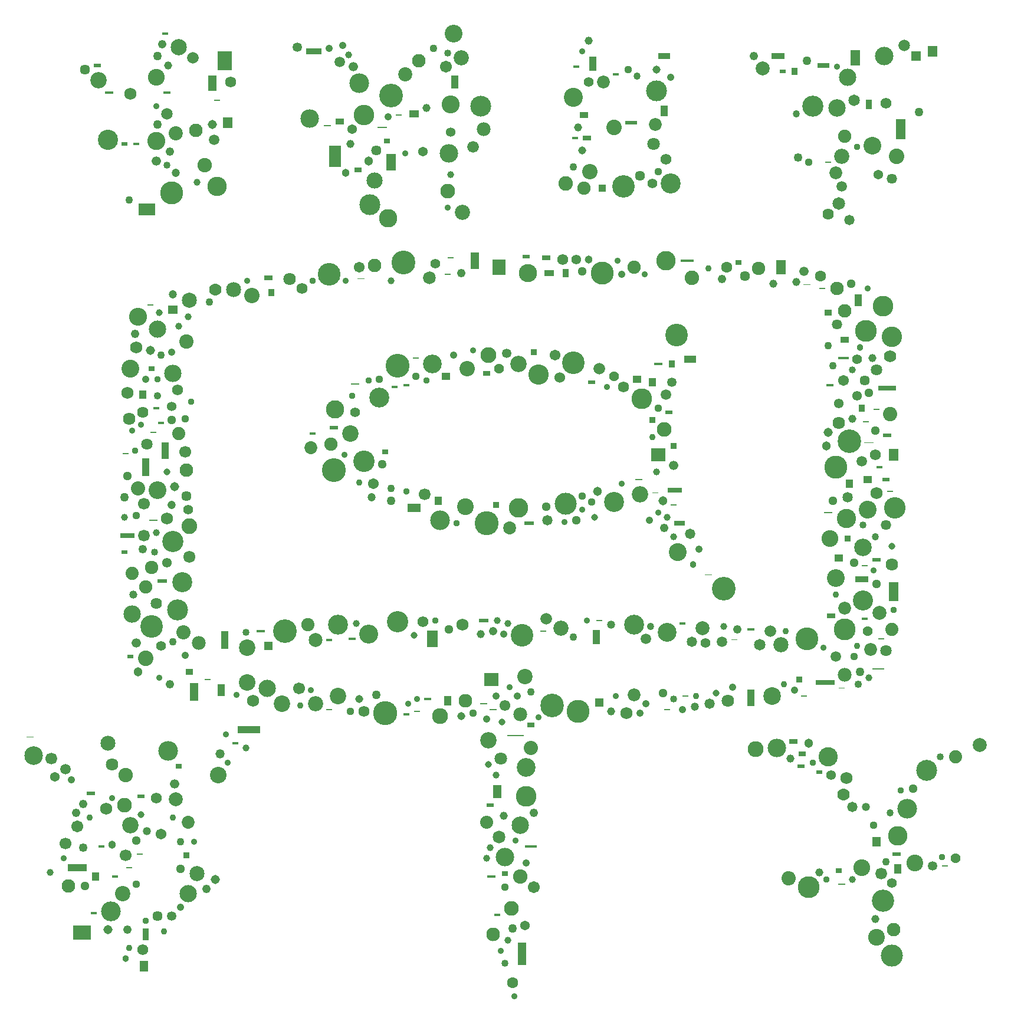
<source format=gtp>
haddock birthday cake
%FSLAX36Y26*%
%MOMM*%
%LPD%
%ADD0C,1.0570318*%
%ADD1C,2.4013085*%
%ADD2C,3.3802342*%
%ADD3C,1.3513483*%
%ADD4C,1.4293249*%
%ADD5C,3.0072818*%
%ADD6C,3.3958511*%
%ADD7R,1.464166X2.7238393*%
%ADD8C,1.7754829*%
%ADD9C,1.1791004*%
%ADD10C,3.0739727*%
%ADD11R,1.0852675X1.1813654*%
%ADD12C,3.259068*%
%ADD13C,1.5827626*%
%ADD14C,1.4946704*%
%ADD15C,3.4179556*%
%ADD16R,1.3557075X2.2677145*%
%ADD17C,2.7036507*%
%ADD18C,2.531589*%
%ADD19R,1.39251X0.50113124*%
%ADD20C,1.0412755*%
%ADD21C,1.2580898*%
%ADD22C,2.1164455*%
%ADD23C,1.96554*%
%ADD24C,0.917602*%
%ADD25R,2.7235487X0.69282365*%
%ADD26C,2.9758308*%
%ADD27C,2.1661515*%
%ADD28C,1.9102666*%
%ADD29C,1.9111979*%
%ADD30C,2.117258*%
%ADD31C,3.4255564*%
%ADD32C,2.790097*%
%ADD33C,1.738656*%
%ADD34C,1.9779146*%
%ADD35C,1.7376283*%
%ADD36C,2.0318062*%
%ADD37C,1.4722073*%
%ADD38C,1.5641232*%
%ADD39R,1.1231173X2.009698*%
%ADD40R,1.1258847X2.5152404*%
%ADD41R,1.7764754X0.36285967*%
%ADD42C,2.6716692*%
%ADD43C,2.3662925*%
%ADD44R,3.2465816X1.0795536*%
%ADD45C,1.0739882*%
%ADD46C,1.2521806*%
%ADD47C,2.0036435*%
%ADD48C,1.545099*%
%ADD49R,2.3195407X0.84444296*%
%ADD50R,0.9435964X1.085403*%
%ADD51R,1.2340671X3.2495425*%
%ADD52C,0.99863315*%
%ADD53C,1.4013335*%
%ADD54R,1.7236645X3.0169585*%
%ADD55C,1.901383*%
%ADD56C,2.8314052*%
%ADD57C,3.3878033*%
%ADD58C,1.680205*%
%ADD59C,0.9362491*%
%ADD60C,2.7563896*%
%ADD61C,2.2195826*%
%ADD62C,1.7959709*%
%ADD63C,2.0714557*%
%ADD64R,1.021341X1.1825125*%
%ADD65C,1.268704*%
%ADD66C,1.1124669*%
%ADD67C,1.2853043*%
%ADD68C,1.5883633*%
%ADD69C,2.115408*%
%ADD70C,2.8031406*%
%ADD71R,1.3069304X0.4471246*%
%ADD72C,3.2468345*%
%ADD73R,1.1246837X2.3848686*%
%ADD74C,1.1898524*%
%ADD75C,1.622457*%
%ADD76R,0.89930713X0.18428361*%
%ADD77C,3.2359226*%
%ADD78R,2.5911615X2.1290843*%
%ADD79C,2.3607924*%
%ADD80C,0.90756357*%
%ADD81C,2.2109435*%
%ADD82C,1.3439441*%
%ADD83C,1.692114*%
%ADD84C,3.2429266*%
%ADD85R,0.9860377X1.6908029*%
%ADD86R,1.2080847X2.3503568*%
%ADD87C,2.950067*%
%ADD88R,2.0937304X0.6700843*%
%ADD89C,0.9687459*%
%ADD90C,0.9826831*%
%ADD91C,1.0943844*%
%ADD92C,3.0409048*%
%ADD93R,1.6425853X2.4783425*%
%ADD94C,2.402883*%
%ADD95C,1.6076126*%
%ADD96C,1.7953395*%
%ADD97C,1.5421848*%
%ADD98C,1.9237872*%
%ADD99C,2.2911963*%
%ADD100C,0.911436*%
%ADD101R,1.2025628X0.24196863*%
%ADD102C,3.4501185*%
%ADD103C,2.4748242*%
%ADD104C,2.1118822*%
%ADD105C,2.5562603*%
%ADD106C,1.0228398*%
%ADD107C,1.1830894*%
%ADD108C,3.0039515*%
%ADD109C,1.9297441*%
%ADD110C,2.2135534*%
%ADD111C,2.837519*%
%ADD112R,0.9808743X0.45143437*%
%ADD113C,1.7593622*%
%ADD114R,1.9297534X1.2739311*%
%ADD115C,2.8668604*%
%ADD116C,2.7306135*%
%ADD117C,1.9993646*%
%ADD118R,1.3254728X0.47706026*%
%ADD119C,3.4212065*%
%ADD120R,0.9413918X0.43759942*%
%ADD121C,2.1624522*%
%ADD122C,1.1343536*%
%ADD123C,0.8868111*%
%ADD124C,1.1459587*%
%ADD125C,2.2281713*%
%ADD126C,1.3089739*%
%ADD127C,1.4361404*%
%ADD128C,3.1302435*%
%ADD129C,1.1386566*%
%ADD130C,1.283349*%
%ADD131C,1.7953596*%
%ADD132R,1.6166502X0.6464247*%
%ADD133C,1.2660029*%
%ADD134C,2.403257*%
%ADD135C,1.9138707*%
%ADD136C,1.8715852*%
%ADD137C,1.604543*%
%ADD138R,1.0995237X0.5549285*%
%ADD139C,1.2895799*%
%ADD140C,1.0885983*%
%ADD141C,1.0788665*%
%ADD142R,1.2841418X1.0285513*%
%ADD143C,2.6636782*%
%ADD144C,2.8217604*%
%ADD145C,3.303876*%
%ADD146C,2.696167*%
%ADD147C,2.3378232*%
%ADD148C,0.9748837*%
%ADD149C,1.8516691*%
%ADD150C,2.502342*%
%ADD151C,1.7451968*%
%ADD152C,2.544987*%
%ADD153C,2.158337*%
%ADD154C,1.5031431*%
%ADD155C,0.8802411*%
%ADD156C,1.0512724*%
%ADD157C,2.7786431*%
%ADD158C,1.0144635*%
%ADD159R,0.9344753X0.5961629*%
%ADD160C,2.6665335*%
%ADD161C,2.879879*%
%ADD162C,3.4555736*%
%ADD163C,2.5404143*%
%ADD164R,1.2929848X0.39333147*%
%ADD165C,1.327731*%
%ADD166C,2.0116758*%
%ADD167C,1.7404097*%
%ADD168C,1.238561*%
%ADD169R,2.7623203X1.0582439*%
%ADD170R,1.9007324X0.38275048*%
%ADD171C,3.2966464*%
%ADD172C,1.1962196*%
%ADD173C,2.4788153*%
%ADD174C,1.7692989*%
%ADD175C,2.6541057*%
%ADD176C,0.87839717*%
%ADD177C,1.6945683*%
%ADD178C,3.0235376*%
%ADD179C,2.9760008*%
%ADD180C,1.9818616*%
%ADD181C,2.5067148*%
%ADD182C,1.0981586*%
%ADD183R,1.4197726X2.9047883*%
%ADD184R,1.337549X1.4349889*%
%ADD185C,2.0903347*%
%ADD186R,0.9167209X0.29047927*%
%ADD187C,3.3835254*%
%ADD188C,1.1511272*%
%ADD189R,1.2211769X2.2947977*%
%ADD190C,2.2215755*%
%ADD191R,1.890669X0.9269868*%
%ADD192C,1.4806229*%
%ADD193C,2.0755477*%
%ADD194R,0.87171257X0.11723443*%
%ADD195C,2.3437712*%
%ADD196C,1.1218045*%
%ADD197C,1.2923256*%
%ADD198C,2.5459688*%
%ADD199C,1.9918624*%
%ADD200C,1.0168936*%
%ADD201R,1.3574946X1.1556256*%
%ADD202R,1.1138753X2.5743384*%
%ADD203C,1.3739803*%
%ADD204R,1.9765114X2.3194594*%
%ADD205R,0.8751199X0.21955049*%
%ADD206C,1.0925404*%
%ADD207C,1.9491235*%
%ADD208R,1.2612576X2.501761*%
%ADD209R,1.7896308X0.7696789*%
%ADD210C,2.6940937*%
%ADD211R,0.9815942X1.3224552*%
%ADD212R,1.0421853X0.6025042*%
%ADD213C,2.3328128*%
%ADD214R,1.8139036X0.20699157*%
%ADD215R,0.8900469X0.121099435*%
%ADD216C,2.7999504*%
%ADD217C,1.7617615*%
%ADD218C,1.3458602*%
%ADD219C,2.2680712*%
%ADD220C,1.7008768*%
%ADD221C,3.1234791*%
%ADD222C,1.1350925*%
%ADD223R,1.26021X0.2480269*%
%ADD224C,0.8918054*%
%ADD225C,2.6479146*%
%ADD226C,3.310778*%
%ADD227C,0.88421404*%
%ADD228C,2.576599*%
%ADD229C,0.9268284*%
%ADD230C,2.5761127*%
%ADD231R,0.90345156X0.25589642*%
%ADD232C,3.159391*%
%ADD233C,1.6481535*%
%ADD234R,2.382667X1.7503134*%
%ADD235R,1.1145858X1.9199542*%
%ADD236R,0.9926815X1.268266*%
%ADD237R,0.95711774X0.13830021*%
%ADD238C,2.1879518*%
%ADD239C,1.29945*%
%ADD240C,0.9791274*%
%ADD241C,1.0464855*%
%ADD242C,2.2021549*%
%ADD243C,0.9153789*%
%ADD244C,1.4689957*%
%ADD245R,1.3084111X1.3866069*%
%ADD246C,2.8716848*%
%ADD247R,0.9423867X1.1233286*%
%ADD248C,1.4566536*%
%ADD249C,2.8312407*%
%ADD250R,0.90156144X0.86755216*%
%ADD251C,1.2904044*%
%ADD252R,1.2257177X0.51559*%
%ADD253C,1.828412*%
%ADD254R,1.2497494X0.92020816*%
%ADD255C,1.987558*%
%ADD256C,1.2088934*%
%ADD257C,3.058286*%
%ADD258R,0.9903115X0.36373228*%
%ADD259R,0.87700623X1.658936*%
%ADD260C,1.3688593*%
%ADD261C,2.556641*%
%ADD262C,1.1654595*%
%ADD263R,2.0062609X0.730505*%
%ADD264C,1.7928681*%
%ADD265R,0.88768584X0.14085963*%
%ADD266C,2.9711173*%
%ADD267C,1.0045925*%
%ADD268C,2.760905*%
%ADD269C,3.009039*%
%ADD270C,1.1530899*%
%ADD271C,2.6253977*%
%ADD272C,1.961794*%
%ADD273R,1.9930015X2.6892633*%
%ADD274C,1.797226*%
%ADD275R,1.2495725X1.9690251*%
%ADD276C,2.3479347*%
%ADD277R,2.345928X0.29499766*%
%ADD278C,2.5936465*%
%ADD279C,1.7937679*%
%ADD280C,1.3641262*%
%ADD281R,0.8888721X0.3981974*%
%ADD282C,1.2377077*%
%ADD283C,0.952775*%
%ADD284R,1.3159313X1.6178049*%
%ADD285C,0.9810437*%
%ADD286C,2.0508292*%
%ADD287R,2.0239449X1.8734527*%
%ADD288C,2.186997*%
%ADD289C,3.201051*%
%ADD290C,1.3788631*%
%ADD291C,1.562188*%
%ADD292C,2.1678312*%
%ADD293R,0.9831075X0.16254014*%
%ADD294C,2.0370011*%
%ADD295R,1.1166837X0.31910035*%
%ADD296C,1.7335764*%
%ADD297C,1.169741*%
%ADD298C,2.489579*%
%ADD299C,1.5539261*%
%ADD300R,1.3763863X0.13685846*%
%ADD301C,1.932475*%
%ADD302C,1.5051924*%
%ADD303C,1.8521365*%
%ADD304R,2.5863185X0.76041895*%
%ADD305R,0.9072078X0.13103466*%
%ADD306C,1.0888655*%
%ADD307C,0.94414926*%
%ADD308R,0.87209874X0.17020485*%
%ADD309R,1.1746227X0.4675345*%
%ADD310C,1.02293*%
%ADD311C,1.0538161*%
%ADD312C,1.9351172*%
%ADD313C,0.91041005*%
%ADD314C,1.0350583*%
%ADD315C,2.2524304*%
%ADD316C,1.5154884*%
%ADD317R,0.9403338X1.0384629*%
%ADD318C,1.0139638*%
%ADD319C,3.0871608*%
%ADD320C,1.8459263*%
%ADD321R,0.94507736X0.07207753*%
%ADD322C,2.643839*%
%ADD323C,1.033672*%
%ADD324C,2.5658674*%
%ADD325C,2.503494*%
%ADD326C,2.9140117*%
%ADD327C,2.9852865*%
%ADD328C,1.5451151*%
%ADD329C,3.1348274*%
%ADD330C,1.4428489*%
%ADD331C,1.1422526*%
%ADD332C,1.1394215*%
%ADD333C,1.7118138*%
%ADD334C,1.9068145*%
%ADD335C,1.6674883*%
%ADD336R,0.99732X0.07268705*%
%ADD337C,1.8901933*%
%ADD338C,1.1631811*%
%ADD339C,1.133539*%
%ADD340R,1.0101001X0.7234198*%
%ADD341C,1.5090816*%
%ADD342R,1.0692121X2.0398226*%
%ADD343C,1.5600202*%
%ADD344R,1.446088X2.3966963*%
%ADD345C,1.8432146*%
%ADD346R,1.2351786X1.5890125*%
%ADD347R,0.8879798X0.018765308*%
%ADD348C,1.006315*%
%ADD349C,2.0262103*%
%ADD350R,0.99261045X0.5963435*%
%ADD351C,0.8751105*%
%ADD352C,2.495717*%
%ADD353C,1.1527662*%
%ADD354C,1.3608074*%
%ADD355C,2.3142748*%
%ADD356R,1.1224564X0.54054064*%
%ADD357C,3.2177482*%
%ADD358R,1.2777897X0.47185928*%
%ADD359C,2.3989553*%
%ADD360C,1.0401098*%
%ADD361C,2.8595355*%
%ADD362C,1.2084395*%
%ADD363C,1.320296*%
%ADD364C,3.3824925*%
%ADD365C,2.3651118*%
%ADD366C,1.563898*%
%ADD367C,2.8987014*%
%ADD368C,2.609479*%
%ADD369C,1.8124466*%
%ADD370C,1.0957907*%
%ADD371C,1.9577683*%
%ADD372C,1.9255986*%
%ADD373C,2.0580287*%
%ADD374C,3.154668*%
%ADD375R,1.0064476X0.04595461*%
%ADD376C,1.2072382*%
%ADD377R,1.3207568X0.9131405*%
%ADD378C,3.291878*%
%ADD379R,0.9031445X0.35068786*%
%ADD380C,1.3089671*%
%ADD381R,1.3813094X0.4809701*%
%ADD382C,1.4902669*%
%ADD383C,1.9374454*%
%ADD384C,1.9482145*%
%ADD385C,1.7885755*%
%ADD386R,1.0981339X0.58203167*%
%ADD387C,1.2462002*%
%ADD388C,2.8457978*%
%ADD389C,1.9315587*%
%ADD390C,0.9333876*%
%ADD391C,1.4235568*%
%ADD392C,1.4504395*%
%ADD393C,2.3487208*%
%ADD394R,1.6873255X0.5912967*%
%ADD395C,1.2536361*%
%ADD396R,0.9796317X2.337143*%
%ADD397C,2.4732394*%
%ADD398C,1.1688861*%
%ADD399R,1.0518483X1.3531529*%
%ADD400C,1.4663662*%
%ADD401R,0.9263402X0.4071636*%
%ADD402C,2.8639061*%
%ADD403C,0.9482928*%
%ADD404C,1.0680038*%
%ADD405R,1.2670704X1.1160194*%
%ADD406C,0.88706213*%
%ADD407C,1.0617282*%
%ADD408R,0.8722806X0.16885939*%
%ADD409R,0.8818007X0.4736001*%
%ADD410C,2.3623986*%
%ADD411C,3.279373*%
%ADD412C,1.6574168*%
%ADD413R,0.93628293X0.33114815*%
%ADD414R,0.8789781X0.22735886*%
%ADD415C,2.981843*%
%ADD416C,1.3100977*%
%ADD417C,2.4985316*%
%ADD418C,1.1925148*%
%ADD419R,1.4126709X1.7789956*%
%ADD420C,3.2440894*%
%ADD421C,1.2971257*%
%ADD422C,0.8973718*%
%ADD423R,0.90825415X1.3167338*%
%ADD424C,2.136073*%
%ADD425C,1.1169053*%
%ADD426C,1.1592845*%
%ADD427C,1.6987956*%
%ADD428C,1.7554706*%
%ADD429C,1.5676316*%
%ADD430C,2.160682*%
%ADD431C,2.0711744*%
%ADD432C,1.8905253*%
%ADD433C,1.2256795*%
%ADD434C,0.8814001*%
%ADD435R,1.250069X0.94969046*%
%ADD436C,0.9523956*%
%ADD437C,1.1285872*%
%ADD438C,1.2879666*%
%ADD439C,1.0051849*%
%ADD440R,0.9229371X0.6853257*%
%ADD441C,1.3717362*%
%ADD442C,1.6216432*%
%ADD443C,2.3776593*%
%ADD444C,1.4621643*%
%ADD445C,0.9403097*%
%ADD446C,1.6930447*%
%ADD447C,1.3924835*%
%ADD448R,0.88258535X0.33126906*%
%ADD449C,1.89293*%
%ADD450R,0.87579983X0.9694824*%
%ADD451R,1.1836407X0.74196684*%
%ADD452C,1.3403182*%
%ADD453C,2.3509932*%
%ADD454R,1.1282665X1.1928519*%
%ADD455C,1.2179953*%
%ADD456C,1.1308224*%
%ADD457C,1.6259727*%
%ADD458C,1.588981*%
%ADD459C,1.3476135*%
%ADD460C,2.1715097*%
%ADD461C,1.2718201*%
%ADD462C,2.9314034*%
%ADD463C,1.5623338*%
%ADD464R,0.889788X0.343586*%
%ADD465R,0.950072X0.7207854*%
%ADD466C,1.5032839*%
%ADD467C,0.9140795*%
%ADD468R,1.3031553X0.94031423*%
%ADD469R,1.2373109X0.40470505*%
%ADD470R,0.93037194X0.7211253*%
%ADD471C,2.0000136*%
%ADD472C,1.0549451*%
%ADD473C,1.475262*%
%ADD474R,1.015457X1.1446157*%
%ADD475C,1.012929*%
%ADD476C,1.1230392*%
%ADD477C,1.4768145*%
%ADD478C,1.6600428*%
%ADD479R,1.0969628X0.23330246*%
%ADD480C,0.87931484*%
%ADD481C,1.6941655*%
%ADD482C,1.0387782*%
%ADD483C,1.672333*%
%ADD484C,1.4863048*%
%ADD485C,1.1146647*%
%ADD486C,1.6048161*%
%ADD487R,0.9211345X0.15004535*%
%ADD488C,2.8275428*%
%ADD489C,0.98467904*%
%ADD490R,1.2033542X1.279852*%
%ADD491C,1.6307273*%
%ADD492C,0.9680063*%
%ADD493C,1.7534251*%
%ADD494C,0.8818762*%
%ADD495C,1.5428369*%
%ADD496C,1.2971328*%
%ADD497C,2.2874827*%
%ADD498C,1.3852276*%
%ADD499R,0.9467778X0.42607173*%
%ADD500C,2.7211776*%
%ADD501C,1.0002984*%
%ADD502C,1.2482848*%
%ADD503C,2.8740704*%
%ADD504C,2.4136858*%
%ADD505C,1.0042975*%
%ADD506C,1.5782404*%
%ADD507C,1.2295034*%
%ADD508C,1.4776647*%
%ADD509C,1.3783394*%
%ADD510R,1.0051225X0.15432996*%
%ADD511C,2.0769632*%
%ADD512C,1.1029167*%
%ADD513C,2.2000911*%
%ADD514C,2.415548*%
%ADD515C,0.9841859*%
%ADD516C,1.070554*%
%ADD517C,0.95173603*%
%ADD518C,2.1997266*%
%ADD519C,1.8454808*%
%ADD520C,1.5567808*%
%ADD521C,0.8752376*%
%ADD522C,1.826103*%
%ADD523C,1.0828633*%
%ADD524C,2.4087474*%
%ADD525C,1.3615162*%
%ADD526C,1.6634911*%
%ADD527R,1.1862708X0.31233883*%
%ADD528C,0.8713565*%
%ADD529C,1.3733084*%
%ADD530C,1.7405802*%
%ADD531R,2.150376X1.9887382*%
%ADD532C,1.4379263*%
%ADD533R,1.1057692X1.8015264*%
%ADD534R,1.4459752X2.0938365*%
%ADD535C,1.7827089*%
%ADD536R,0.9397547X0.19051304*%
%ADD537R,0.9020796X1.1109527*%
%ADD538R,0.9799089X0.29470053*%
%ADD539C,0.98179835*%
%ADD540C,1.1621157*%
%ADD541C,1.3994327*%
%ADD542C,0.972608*%
%ADD543C,2.0104244*%
%ADD544R,1.0335243X0.83453137*%
%ADD545R,1.1642303X0.22865267*%
%ADD546C,1.0298495*%
%ADD547C,0.94279605*%
%ADD548C,1.1001704*%
%ADD549R,0.98345345X0.79584295*%
%ADD550C,0.9620154*%
%ADD551C,1.1748568*%
%ADD552C,1.0439433*%
%ADD553C,1.2937232*%
%ADD554C,1.015334*%
%ADD555C,1.1170803*%
%ADD556C,0.9921564*%
%ADD557C,1.3854581*%
%ADD558C,1.0729494*%
%ADD559C,1.0516617*%
%ADD560C,1.1511152*%
%ADD561R,1.0752922X0.34858358*%
%ADD562R,1.0331364X1.1138309*%
%ADD563C,1.1963134*%
%ADD564R,1.2872052X0.99147296*%
%ADD565R,1.0390568X0.010932455*%
%ADD566C,1.8888365*%
%ADD567C,1.38854*%
%ADD568R,0.88827527X0.76062083*%
%ADD569C,1.1263471*%
%ADD570C,1.9454113*%
%ADD571R,1.7282208X1.0958189*%
%ADD572C,2.0481367*%
%ADD573C,1.308778*%
%ADD574R,0.9985987X0.6347691*%
%ADD575R,0.95261467X0.2218225*%
%ADD576C,1.337247*%
%ADD577R,0.9193344X0.16212411*%
%ADD578C,0.9843621*%
%ADD579C,0.8907494*%
%ADD580C,1.3244216*%
%ADD581R,1.0499945X0.72224885*%
%ADD582R,0.91061956X0.9389812*%
%ADD583C,1.3017397*%
%ADD584C,0.9003348*%
%ADD585C,1.5433465*%
%ADD586C,1.0738715*%
%ADD587C,0.9077055*%
%ADD588C,1.298608*%
%ADD589C,2.5495422*%
%ADD590C,1.4046808*%
%ADD591C,1.099016*%
%ADD592C,1.1135954*%
%ADD593C,1.4221174*%
%ADD594C,0.97657853*%
%ADD595C,1.6885188*%
%ADD596C,2.0302331*%
%ADD597C,0.99066395*%
%ADD598C,2.1734726*%
%ADD599R,1.0899953X0.52974766*%
%ADD600C,3.4006662*%
%ADD601C,1.4995284*%
%ADD602C,2.041028*%
%ADD603R,0.8946745X0.14888734*%
%ADD604R,1.452907X1.104797*%
%ADD605C,0.89863014*%
%ADD606R,0.9339953X1.2295341*%
%ADD607R,0.8856627X0.124011815*%
%ADD608C,1.6311461*%
%ADD609C,1.1086708*%
%ADD610C,0.93231535*%
%ADD611R,1.0178522X0.51673466*%
%ADD612C,1.6543645*%
%ADD613C,0.9574679*%
%ADD614R,0.97082233X0.29813787*%
%ADD615C,1.4925139*%
%ADD616R,1.214321X0.794088*%
%ADD617C,0.95292884*%
%ADD618C,0.94706*%
%ADD619R,0.94640326X0.24620058*%
%ADD620R,0.9094706X0.861739*%
%ADD621C,1.4253808*%
%ADD622C,1.0476811*%
%ADD623C,1.1578957*%
%ADD624C,1.056516*%
%ADD625C,1.7035997*%
%ADD626C,0.881381*%
%ADD627C,1.0580153*%
%ADD628C,1.0916287*%
%ADD629C,2.3859313*%
%ADD630C,1.2160707*%
%ADD631C,1.1851735*%
%ADD632R,0.89246035X0.942828*%
%ADD633C,1.0379266*%
%ADD634C,1.3014424*%
%ADD635C,1.3106159*%
%ADD636C,1.3240331*%
%ADD637C,0.9622579*%
%ADD638C,0.88978267*%
%ADD639C,1.1145552*%
%ADD640C,1.658618*%
%ADD641R,0.87642187X0.14398657*%
%ADD642R,1.2372775X0.78170645*%
%ADD643R,0.9193804X0.8546792*%
%ADD644C,1.0047013*%
%ADD645C,1.3461605*%
%ADD646C,0.9194366*%
%ADD647R,1.9624175X0.94635975*%
%ADD648C,1.6910211*%
%ADD649R,0.9540865X0.7200556*%
%ADD650R,1.0715976X0.7134854*%
%ADD651R,0.90520954X0.6988827*%
%ADD652R,0.95823216X0.58971685*%
%ADD653R,0.87589866X0.010626327*%
%ADD654R,1.3037297X0.59315646*%
%ADD655C,2.6330929*%
%ADD656C,1.0067911*%
%ADD657R,1.2209277X0.55933124*%
%ADD658C,1.2956579*%
%ADD659C,1.7236389*%
%ADD660C,0.9350726*%
%ADD661C,1.2761368*%
%ADD662C,1.4417526*%
%ADD663C,1.1297443*%
%ADD664C,1.1030555*%
%ADD665C,0.94148797*%
%ADD666C,1.846522*%
%ADD667C,0.87154335*%
%ADD668R,0.9618554X0.52491117*%
%ADD669C,1.1649536*%
%ADD670C,0.9147824*%
%ADD671C,1.4070815*%
%ADD672R,0.9200542X0.31946957*%
%ADD673C,1.8335847*%
%ADD674R,0.87213826X0.4018862*%
%ADD675R,0.8820837X0.041527353*%
%ADD676R,0.91722524X0.22680825*%
%ADD677C,0.8791842*%
%ADD678R,0.9633713X0.15045542*%
%ADD679C,1.5283564*%
%ADD680C,0.948386*%
%ADD681C,0.94578993*%
%ADD682C,1.107665*%
%ADD683C,1.0086697*%
%ADD684R,0.9667759X0.26234308*%
%ADD685R,0.89695865X0.29753077*%
%ADD686C,0.9373461*%
%ADD687C,1.301948*%
%ADD688C,1.2874258*%
%ADD689R,1.3771212X0.037906926*%
%ADD690C,0.96902764*%
%ADD691C,1.6309516*%
%ADD692C,1.2949529*%
%ADD693C,1.2877821*%
%ADD694C,0.8717792*%
%ADD695C,1.1540856*%
%ADD696C,0.8783525*%
%ADD697R,1.1487266X0.7984583*%
%ADD698R,1.3021624X1.2130214*%
%ADD699R,1.5459384X0.36907634*%
%ADD700R,0.87822014X0.13204224*%
%ADD701C,1.2717148*%
%ADD702C,0.9915055*%
%ADD703C,0.91263133*%
%ADD704C,1.6627797*%
%ADD705R,0.8868272X0.26415926*%
%ADD706R,0.89455354X0.75402254*%
%ADD707C,1.3109993*%
%ADD708C,1.7307765*%
%ADD709C,0.97221345*%
%ADD710C,1.0500275*%
%ADD711R,0.8719133X0.3090229*%
%ADD712C,1.3052937*%
%ADD713R,1.7240506X0.81769437*%
%ADD714C,1.2968888*%
%ADD715C,0.8711993*%
%ADD716C,1.1240009*%
%ADD717C,1.2374755*%
%ADD718C,1.1257213*%
%ADD719C,1.0685519*%
%ADD720C,0.9650539*%
%ADD721C,1.857736*%
%ADD722C,1.3045357*%
%ADD723C,1.7059139*%
%ADD724R,0.8840343X0.41710734*%
%ADD725C,1.2295554*%
%ADD726R,0.8728764X0.46687862*%
%ADD727C,1.3448921*%
%ADD728R,0.87285525X0.271914*%
%ADD729C,1.2649208*%
%ADD730R,0.93163985X0.42607078*%
%ADD731C,1.4442183*%
%ADD732C,0.99876976*%
%ADD733C,0.92949224*%
%ADD734C,0.8857034*%
%ADD735C,1.8942219*%
%ADD736C,1.0360715*%
%ADD737R,1.1218591X0.34833255*%
%ADD738C,1.014977*%
%ADD739C,0.970007*%
%ADD740C,1.041391*%
%ADD741C,1.2220135*%
%ADD742R,0.97639614X1.5023054*%
%ADD743R,0.8865307X0.2028992*%
%ADD744C,1.4724153*%
%ADD745C,1.2050585*%
%ADD746C,0.9207922*%
%ADD747C,0.9534358*%
%ADD748C,1.2862227*%
%ADD749C,0.8774624*%
%ADD750C,1.2778231*%
%ADD751R,0.8984414X0.15519424*%
%ADD752C,1.3937235*%
%ADD753C,1.8398455*%
%ADD754C,1.0008113*%
%ADD755C,0.91351295*%
%ADD756C,1.2600008*%
%ADD757C,0.955897*%
%ADD758C,1.5819442*%
%ADD759C,0.9779034*%
%ADD760C,0.91919655*%
%ADD761R,0.87883973X0.29922557*%
%ADD762R,0.900608X0.44416603*%
%ADD763C,0.89817417*%
%ADD764C,0.9331267*%
%ADD765R,1.2967039X0.9743512*%
%ADD766C,0.9196031*%
%ADD767C,1.2382257*%
%ADD768C,1.3037697*%
%ADD769C,0.87378746*%
%ADD770R,0.9789917X0.10607508*%
%ADD771C,0.9499858*%
%ADD772R,1.3012404X0.7789612*%
%ADD773C,1.4504747*%
%ADD774C,1.0390545*%
%ADD775C,1.0938882*%
%ADD776R,1.1011685X0.16824873*%
%ADD777R,0.8926203X0.39009044*%
%ADD778R,1.4311869X1.5290302*%
%ADD779C,1.4478464*%
%ADD780C,1.1179898*%
%ADD781C,0.884413*%
%ADD782C,0.9640032*%
%ADD783C,1.2347777*%
%ADD784C,1.2709268*%
%ADD785C,0.9957784*%
%ADD786C,1.3286582*%
%ADD787C,1.0453043*%
%ADD788C,0.9865547*%
%ADD789C,1.2321764*%
%ADD790R,1.0463877X0.9082453*%
%ADD791C,0.90144706*%
%ADD792C,1.1496574*%
%ADD793R,0.9431366X0.9034732*%
%ADD794R,0.88171226X0.22899464*%
%ADD795R,0.93944794X0.21856265*%
%ADD796C,1.3857248*%
%ADD797R,0.9612023X0.3254918*%
%ADD798R,0.90819216X0.42324343*%
%ADD799C,1.0062608*%
D0*
X120613708Y125838852D03*
D1*
X027867428Y052251427D03*
D2*
X025254856Y022642284D03*
D3*
X091875427Y056605713D03*
D4*
X140425705Y024819427D03*
D5*
X136289139Y037446857D03*
D6*
X059435997Y134329712D03*
D7*
X131499420Y063137142D03*
D8*
X124314857Y033963428D03*
D9*
X022424570Y062701714D03*
D10*
X055517143Y081860573D03*
D11*
X066185143Y076199997D03*
D12*
X050509712Y108639427D03*
D13*
X046590855Y106680000D03*
D14*
X124097137Y121266853D03*
D15*
X061177711Y110381142D03*
D16*
X126056564Y139772568D03*
D17*
X099059998Y057258854D03*
D18*
X114082283Y048114857D03*
D19*
X026561142Y064661140D03*
D20*
X096012001Y047026283D03*
D21*
X126709709Y051598286D03*
D22*
X098624565Y086432571D03*
D23*
X072716568Y129539993D03*
D24*
X103196571Y048114857D03*
D25*
X121702286Y050074284D03*
D26*
X078812569Y033745712D03*
D27*
X115388565Y055517143D03*
D28*
X124532570Y128451431D03*
D29*
X050727428Y084255424D03*
D30*
X067491425Y120613708D03*
D31*
X051162857Y080554283D03*
D32*
X077723999Y075111427D03*
D33*
X124750282Y036358284D03*
D34*
X124532570Y051162857D03*
D35*
X018505714Y032003998D03*
D36*
X023077713Y077941711D03*
D37*
X125185715Y116477142D03*
D38*
X128886856Y082731430D03*
D39*
X088391998Y138901718D03*
D40*
X035487427Y056170284D03*
D41*
X079465714Y026561142D03*
D42*
X008055429Y039624001D03*
D43*
X038753143Y055081715D03*
D44*
X038970856Y043325142D03*
D45*
X059000568Y131281708D03*
D46*
X015240000Y026343428D03*
D47*
X112775993Y138248566D03*
D48*
X124314857Y093399429D03*
D49*
X048332569Y140643417D03*
D50*
X126927422Y089480568D03*
D51*
X078159424Y011103428D03*
D52*
X099059998Y073805138D03*
D53*
X065749710Y110163429D03*
D54*
X051380569Y125621140D03*
D55*
X024166285Y063790283D03*
D56*
X054863998Y136071426D03*
D57*
X044195999Y057476570D03*
D58*
X129757706Y022642284D03*
D59*
X054863998Y078812569D03*
D60*
X122137711Y039406284D03*
D61*
X024166285Y053557713D03*
D62*
X075111427Y039188572D03*
D63*
X021335999Y036793713D03*
D64*
X096882858Y093181709D03*
D65*
X059435997Y076199997D03*
D66*
X022859999Y074022858D03*
D67*
X085997139Y073369713D03*
D68*
X092746284Y092528572D03*
D69*
X076635429Y017634857D03*
D70*
X132152573Y028085142D03*
D71*
X073805138Y022206856D03*
D72*
X025037142Y058129711D03*
D73*
X026996571Y083384567D03*
D74*
X127580566Y032221714D03*
D75*
X023730856Y088827423D03*
D76*
X131063995Y077506287D03*
D77*
X078159424Y056823425D03*
D78*
X015022285Y014151428D03*
D79*
X051815998Y048114857D03*
D80*
X121484566Y055081715D03*
D81*
X039406284Y105591423D03*
D82*
X075982285Y097318283D03*
D83*
X010667999Y039188572D03*
D84*
X085561714Y096012001D03*
D85*
X035051998Y048985714D03*
D86*
X071410286Y110598854D03*
D87*
X055517143Y131499420D03*
D88*
X021553713Y071192566D03*
D89*
X023513142Y031133142D03*
D90*
X074458282Y036793713D03*
D91*
X026343428Y097100571D03*
D92*
X028085142Y070321709D03*
D93*
X065314285Y056387997D03*
D94*
X134547424Y024166285D03*
D95*
X121049141Y108421715D03*
D96*
X107768570Y047461712D03*
D97*
X026343428Y028302856D03*
D98*
X112122856Y109510284D03*
D99*
X066402855Y045284569D03*
D100*
X037229141Y048332569D03*
D101*
X025254856Y073369713D03*
D102*
X073152000Y072934280D03*
D103*
X025907999Y100801712D03*
D104*
X021118284Y032439426D03*
D105*
X127798279Y074893715D03*
D106*
X038535427Y057258854D03*
D107*
X091004570Y058347427D03*
D108*
X056387997Y118654282D03*
D109*
X123444000Y106680000D03*
D110*
X070321709Y095141144D03*
D111*
X019158857Y017199429D03*
D112*
X027214285Y134765137D03*
D113*
X022859999Y098189140D03*
D114*
X062701714Y075111427D03*
D115*
X099495422Y121702286D03*
D116*
X085561714Y134112000D03*
D117*
X028520571Y033310284D03*
D118*
X072716568Y059000568D03*
D119*
X060306854Y095576569D03*
D120*
X037011429Y041365715D03*
D121*
X031568571Y022642284D03*
D122*
X019376572Y026778856D03*
D123*
X097753708Y074458282D03*
D124*
X086867996Y126491997D03*
D125*
X131934860Y125621140D03*
D126*
X018723429Y014586857D03*
D127*
X127798279Y057476570D03*
D128*
X127580566Y100584000D03*
D129*
X069450859Y045284569D03*
D130*
X125838852Y067273712D03*
D131*
X044849140Y107986282D03*
D132*
X100801712Y072934280D03*
D133*
X119089714Y139337143D03*
D134*
X129104568Y013498285D03*
D135*
X094270287Y109727997D03*
D136*
X073152000Y030044571D03*
D137*
X107550858Y109727997D03*
D138*
X130410858Y079248001D03*
D139*
X125403427Y107333138D03*
D140*
X029173714Y027214285D03*
D141*
X025907999Y091222282D03*
D142*
X127798279Y079248001D03*
D143*
X114735428Y040712570D03*
D144*
X066402855Y073369713D03*
D145*
X086214851Y045937714D03*
D146*
X078812569Y037882286D03*
D147*
X095141144Y077070854D03*
D148*
X131281708Y069668571D03*
D149*
X047897141Y083820000D03*
D150*
X123444000Y132587997D03*
D151*
X093181709Y045719997D03*
D152*
X123226280Y065096573D03*
D153*
X036793713Y106462280D03*
D154*
X033963428Y128015991D03*
D155*
X022206856Y086214851D03*
D156*
X068362282Y097100571D03*
D157*
X034398857Y121266853D03*
D158*
X027214285Y124314857D03*
D159*
X021118284Y127362854D03*
D160*
X047679428Y131063995D03*
D161*
X127145142Y061830856D03*
D162*
X058565140Y045719997D03*
D163*
X128451431Y127145142D03*
D164*
X018941143Y134765137D03*
D165*
X099930855Y081207428D03*
D166*
X104067429Y057911999D03*
D167*
X021989141Y134547424D03*
D168*
X027649714Y126274284D03*
D169*
X014369143Y023513142D03*
D170*
X101890282Y110598854D03*
D171*
X089698280Y108857140D03*
D172*
X056605713Y076635429D03*
D173*
X030262285Y019812000D03*
D174*
X034181141Y106462280D03*
D175*
X067709145Y126056564D03*
D176*
X127798279Y106680000D03*
D177*
X021335999Y025254856D03*
D178*
X119960571Y132805710D03*
D179*
X095358856Y090786858D03*
D180*
X031786285Y055734856D03*
D181*
X127145142Y069450859D03*
D182*
X130410858Y024383999D03*
D183*
X132587997Y129539993D03*
D184*
X134765137Y139990280D03*
D185*
X084473137Y121702286D03*
D186*
X129757706Y056387997D03*
D187*
X125185715Y084690857D03*
D188*
X128451431Y096665138D03*
D189*
X033745712Y136071426D03*
D190*
X091439995Y129757706D03*
D191*
X114953140Y139990280D03*
D192*
X102543427Y055952568D03*
D193*
X077941711Y022206856D03*
D194*
X086214851Y057911999D03*
D195*
X017417143Y136506851D03*
D196*
X125838852Y053775429D03*
D197*
X128015991Y091657715D03*
D198*
X025907999Y077723999D03*
D199*
X048550285Y056170284D03*
D200*
X075764572Y009797143D03*
D201*
X028085142Y103631996D03*
D202*
X024166285Y080989716D03*
D203*
X078594856Y015240000D03*
D204*
X074893715Y109727997D03*
D205*
X025254856Y085997139D03*
D206*
X059435997Y077941711D03*
D207*
X131499420Y014586857D03*
D208*
X031133142Y048767998D03*
D209*
X121484566Y138683990D03*
D210*
X065314285Y095794281D03*
D211*
X067491425Y047461712D03*
D212*
X023513142Y033745712D03*
D213*
X028955999Y141296570D03*
D214*
X129322281Y052033714D03*
D215*
X104285141Y067273712D03*
D216*
X098842285Y110598854D03*
D217*
X131063995Y096882858D03*
D218*
X027867428Y016546286D03*
D219*
X073369713Y097100571D03*
D220*
X046155426Y049203426D03*
D221*
X119307426Y020682858D03*
D222*
X087738853Y110816566D03*
D223*
X054210857Y092963997D03*
D224*
X086867996Y074893715D03*
D225*
X075764572Y025037142D03*
D226*
X123226280Y080989716D03*
D227*
X092528572Y078594856D03*
D228*
X067926857Y133023422D03*
D229*
X104938286Y109510284D03*
D230*
X023077713Y102543427D03*
D231*
X099059998Y046155426D03*
D232*
X131281708Y010885714D03*
D233*
X112340569Y055517143D03*
D234*
X024383999Y118001137D03*
D235*
X068580002Y136289139D03*
D236*
X023730856Y091439995D03*
D237*
X118654282Y048114857D03*
D238*
X048550285Y047026283D03*
D239*
X022859999Y027431999D03*
D240*
X097535995Y080336571D03*
D241*
X052469143Y141514282D03*
D242*
X087956566Y123444000D03*
D243*
X061830856Y047026283D03*
D244*
X123444000Y101454857D03*
D245*
X129104568Y027214285D03*
D246*
X091439995Y075982285D03*
D247*
X099713142Y095794281D03*
D248*
X057258854Y126491997D03*
D249*
X027431999Y040277142D03*
D250*
X030044571Y025254856D03*
D251*
X081642853Y075329140D03*
D252*
X130628571Y085561714D03*
D253*
X064878853Y108203995D03*
D254*
X124532570Y099277710D03*
D255*
X077941711Y045502285D03*
D256*
X026561142Y141731995D03*
D257*
X060306854Y058782856D03*
D258*
X064661140Y047679428D03*
D259*
X024166285Y013933714D03*
D260*
X064007996Y126274284D03*
D261*
X021989141Y095141144D03*
D262*
X114299995Y107333138D03*
D263*
X100148567Y077723999D03*
D264*
X131281708Y067056000D03*
D265*
X129104568Y089262856D03*
D266*
X129975418Y104067429D03*
D267*
X028955999Y101237137D03*
D268*
X124750282Y073587425D03*
D269*
X028738285Y060524570D03*
D270*
X086214851Y129757706D03*
D271*
X051380569Y089262856D03*
D272*
X074022858Y013933714D03*
D273*
X035487427Y139337143D03*
D274*
X097100571Y127362854D03*
D275*
X074675995Y034398857D03*
D276*
X077723999Y095794281D03*
D277*
X077288567Y042454285D03*
D278*
X025690285Y127798279D03*
D279*
X019376572Y038317715D03*
D280*
X053775429Y129539993D03*
D281*
X091657715Y137377716D03*
D282*
X021553713Y014586857D03*
D283*
X132587997Y034616570D03*
D284*
X035922855Y130410858D03*
D285*
X054428570Y058565140D03*
D286*
X131063995Y088609711D03*
D287*
X097753708Y082731430D03*
D288*
X124097137Y125621140D03*
D289*
X129975418Y018723429D03*
D290*
X123661713Y090133713D03*
D291*
X084037712Y110816566D03*
D292*
X069668571Y117565712D03*
D293*
X124097137Y021118284D03*
D294*
X079465714Y040712570D03*
D295*
X111034286Y057694283D03*
D296*
X069668571Y058347427D03*
D297*
X091004570Y045937714D03*
D298*
X124967995Y136942276D03*
D299*
X075764572Y046808571D03*
D300*
X058129711Y129757706D03*
D301*
X124532570Y103414284D03*
D302*
X096012001Y056387997D03*
D303*
X030262285Y030044571D03*
D304*
X130628571Y092310852D03*
D305*
X081207428Y057476570D03*
D306*
X021771427Y119307426D03*
D307*
X131499420Y060524570D03*
D308*
X127580566Y087521141D03*
D309*
X016328571Y034181141D03*
D310*
X067491425Y140425705D03*
D311*
X024166285Y093617142D03*
D312*
X031350857Y129322281D03*
D313*
X128669144Y066185143D03*
D314*
X131063995Y031350857D03*
D315*
X030480000Y072498856D03*
D316*
X052033714Y139119431D03*
D317*
X042236568Y106026855D03*
D318*
X127145142Y072716568D03*
D319*
X131717133Y075111427D03*
D320*
X097318283Y130193146D03*
D321*
X119089714Y107115425D03*
D322*
X130193146Y139990280D03*
D323*
X094705711Y137160004D03*
D324*
X100584000Y068797714D03*
D325*
X077941711Y029609142D03*
D326*
X080554283Y094270287D03*
D327*
X097535995Y134982849D03*
D328*
X054863998Y109727997D03*
D329*
X124532570Y057694283D03*
D330*
X110163429Y108421715D03*
D331*
X097535995Y138030853D03*
D332*
X054863998Y047679428D03*
D333*
X014369143Y029391428D03*
D334*
X087085709Y121049141D03*
D335*
X089262856Y095141144D03*
D336*
X055081715Y107986282D03*
D337*
X022206856Y065749710D03*
D338*
X027431999Y138683990D03*
D339*
X052904572Y123226280D03*
D340*
X118436569Y039841713D03*
D341*
X098842285Y091439995D03*
D342*
X088827423Y056605713D03*
D343*
X023730856Y011756571D03*
D344*
X059435997Y124750282D03*
D345*
X128233704Y054863998D03*
D346*
X023948570Y009361714D03*
D347*
X097318283Y077288567D03*
D348*
X053340000Y140207993D03*
D349*
X061395428Y137377716D03*
D350*
X017199429Y138683990D03*
D351*
X025690285Y132805710D03*
D352*
X028085142Y094487999D03*
D353*
X064443428Y132587997D03*
D354*
X067926857Y129104568D03*
D355*
X057041142Y122137711D03*
D356*
X088174286Y093181709D03*
D357*
X092746284Y121266853D03*
D358*
X129104568Y067709145D03*
D359*
X070103996Y075329140D03*
D360*
X077506287Y048114857D03*
D361*
X094270287Y058347427D03*
D362*
X074022858Y057476570D03*
D363*
X034834286Y039841713D03*
D364*
X082513710Y046808571D03*
D365*
X043760571Y047026283D03*
D366*
X130410858Y133241135D03*
D367*
X018723429Y128015991D03*
D368*
X079030281Y108857140D03*
D369*
X123661713Y118871994D03*
D370*
X122137711Y098406853D03*
D371*
X070103996Y047461712D03*
D372*
X025037142Y066620567D03*
D373*
X030044571Y099059998D03*
D374*
X084473137Y075764572D03*
D375*
X104938286Y065531998D03*
D376*
X027867428Y075546852D03*
D377*
X082078285Y108857140D03*
D378*
X027867428Y120395996D03*
D379*
X059871426Y092528572D03*
D380*
X034181141Y021771427D03*
D381*
X079248001Y072934280D03*
D382*
X106897713Y055952568D03*
D383*
X030044571Y080554283D03*
D384*
X063354855Y139337143D03*
D385*
X123661713Y087303429D03*
D386*
X073587425Y032439426D03*
D387*
X098624565Y072281143D03*
D388*
X057694283Y091004570D03*
D389*
X057041142Y109945709D03*
D390*
X026778856Y014369143D03*
D391*
X126274284Y096447426D03*
D392*
X127362854Y093399429D03*
D393*
X073369713Y041801140D03*
D394*
X093834854Y130410858D03*
D395*
X117783424Y125403427D03*
D396*
X111034286Y047897141D03*
D397*
X041583427Y049203426D03*
D398*
X117565712Y107550858D03*
D399*
X132152573Y023295427D03*
D400*
X131281708Y122355423D03*
D401*
X101237137Y058565140D03*
D402*
X051815998Y058347427D03*
D403*
X138466278Y025037142D03*
D404*
X096447426Y073369713D03*
D405*
X123661713Y067926857D03*
D406*
X076417709Y049421143D03*
D407*
X101237137Y046155426D03*
D408*
X023295427Y025472570D03*
D409*
X120831429Y037229141D03*
D410*
X053557713Y085779427D03*
D411*
X119089714Y056387997D03*
D412*
X027214285Y131717133D03*
D413*
X026343428Y087303429D03*
D414*
X021335999Y082949142D03*
D415*
X072281143Y132805710D03*
D416*
X028302856Y078159424D03*
D417*
X022206856Y059871426D03*
D418*
X102978851Y046590855D03*
D419*
X131499420Y082731430D03*
D420*
X100366280Y099930855D03*
D421*
X128886856Y086214851D03*
D422*
X047897141Y048985714D03*
D423*
X128015991Y133023422D03*
D424*
X018723429Y041365715D03*
D425*
X029826857Y087956566D03*
D426*
X072281143Y057041142D03*
D427*
X023948570Y075764572D03*
D428*
X021553713Y091657715D03*
D429*
X064007996Y058782856D03*
D430*
X030480000Y104938286D03*
D431*
X032657143Y124314857D03*
D432*
X140425705Y039406284D03*
D433*
X015240000Y032657143D03*
D434*
X091657715Y048114857D03*
D435*
X087085709Y131499420D03*
D436*
X053775429Y091222282D03*
D437*
X097753708Y123444000D03*
D438*
X098406853Y048550285D03*
D439*
X067926857Y123008568D03*
D440*
X058782856Y127798279D03*
D441*
X129322281Y123008568D03*
D442*
X122137711Y117348000D03*
D443*
X034616570Y036793713D03*
D444*
X130410858Y072716568D03*
D445*
X121919998Y021771427D03*
D446*
X012627428Y026996571D03*
D447*
X054210857Y088827423D03*
D448*
X016764000Y016981714D03*
D449*
X131281708Y057694283D03*
D450*
X096882858Y087738853D03*
D451*
X041801140Y108203995D03*
D452*
X022859999Y055734856D03*
D453*
X021989141Y029609142D03*
D454*
X016981714Y022206856D03*
D455*
X109074852Y057694283D03*
D456*
X071192566Y045719997D03*
D457*
X025690285Y061395428D03*
D458*
X055517143Y045937714D03*
D459*
X099713142Y093181709D03*
D460*
X083820000Y057911999D03*
D461*
X021118284Y076635429D03*
D462*
X131281708Y099713142D03*
D463*
X098842285Y125185715D03*
D464*
X019812000Y022206856D03*
D465*
X075764572Y022642284D03*
D466*
X123226280Y053775429D03*
D467*
X052904572Y107768570D03*
D468*
X052033714Y130628571D03*
D469*
X097753708Y095794281D03*
D470*
X028955999Y038099998D03*
D471*
X143909134Y041147999D03*
D472*
X108421715Y049421143D03*
D473*
X081860573Y073369713D03*
D474*
X125185715Y078594856D03*
D475*
X099930855Y047679428D03*
D476*
X097753708Y089480568D03*
D477*
X102325714Y071410286D03*
D478*
X081642853Y059218285D03*
D479*
X072716568Y047026283D03*
D480*
X086867996Y140643417D03*
D481*
X029826857Y083166855D03*
D482*
X029173714Y017852571D03*
D483*
X071192566Y126927422D03*
D484*
X124967995Y076635429D03*
D485*
X119307426Y124750282D03*
D486*
X076853142Y006966857D03*
D487*
X021771427Y023513142D03*
D488*
X133458847Y032003998D03*
D489*
X073152000Y024819427D03*
D490*
X089262856Y047243999D03*
D491*
X024383999Y084255424D03*
D492*
X075329140Y044413712D03*
D493*
X129104568Y077288567D03*
D494*
X026125713Y050727428D03*
D495*
X056823425Y078594856D03*
D496*
X086867996Y109074852D03*
D497*
X111687424Y040494858D03*
D498*
X126274284Y091222282D03*
D499*
X085997139Y138466278D03*
D500*
X056170284Y057041142D03*
D501*
X010450285Y022859999D03*
D502*
X023730856Y069233139D03*
D503*
X029391428Y064443428D03*
D504*
X126927422Y023513142D03*
D505*
X125621140Y021771427D03*
D506*
X025690285Y033528000D03*
D507*
X069450859Y108857140D03*
D508*
X105155998Y047026283D03*
D509*
X027214285Y067273712D03*
D510*
X074022858Y046155426D03*
D511*
X102543427Y108203995D03*
D512*
X122790855Y095576569D03*
D513*
X020900570Y019812000D03*
D514*
X025690285Y136942276D03*
D515*
X059435997Y107768570D03*
D516*
X117348000Y048985714D03*
D517*
X048114857Y107768570D03*
D518*
X078594856Y050945141D03*
D519*
X124532570Y060742283D03*
D520*
X028738285Y092093140D03*
D521*
X091875427Y110598854D03*
D522*
X074893715Y027867428D03*
D523*
X126491997Y049856571D03*
D524*
X122355423Y070757141D03*
D525*
X027867428Y089698280D03*
D526*
X113864571Y057476570D03*
D527*
X040712570Y057476570D03*
D528*
X075111427Y011538857D03*
D529*
X011103428Y036576000D03*
D530*
X039624001Y047461712D03*
D531*
X073805138Y050509712D03*
D532*
X091439995Y094052567D03*
D533*
X126491997Y104938286D03*
D534*
X115388565Y109727997D03*
D535*
X021771427Y087956566D03*
D536*
X067926857Y111034286D03*
D537*
X117348000Y137813141D03*
D538*
X094923424Y079248001D03*
D539*
X074675995Y059000568D03*
D540*
X116694855Y039188572D03*
D541*
X026343428Y055299427D03*
D542*
X027214285Y080336571D03*
D543*
X129539993Y060089142D03*
D544*
X030480000Y051598286D03*
D545*
X122137711Y074458282D03*
D546*
X128886856Y070974854D03*
D547*
X030697714Y090351425D03*
D548*
X028085142Y055952568D03*
D549*
X073152000Y094487999D03*
D550*
X061613140Y077506287D03*
D551*
X075546852Y030915428D03*
D552*
X074458282Y048114857D03*
D553*
X067709145Y057694283D03*
D554*
X025472570Y068797714D03*
D555*
X062919426Y094052567D03*
D556*
X031568571Y121919998D03*
D557*
X122573143Y036793713D03*
D558*
X073152000Y044849140D03*
D559*
X029826857Y053993141D03*
D560*
X128886856Y016110857D03*
D561*
X053775429Y056387997D03*
D562*
X089698280Y121049141D03*
D563*
X028085142Y105809143D03*
D564*
X067273712Y094052567D03*
D565*
X007620000Y042236568D03*
D566*
X028955999Y085779427D03*
D567*
X096882858Y121702286D03*
D568*
X123661713Y023077713D03*
D569*
X088174286Y075982285D03*
D570*
X013062857Y020900570D03*
D571*
X102325714Y096447426D03*
D572*
X116477142Y021989141D03*
D573*
X033745712Y130193146D03*
D574*
X078812569Y111251999D03*
D575*
X024819427Y104285141D03*
D576*
X025690285Y124967995D03*
D577*
X122137711Y124750282D03*
D578*
X030262285Y102543427D03*
D579*
X090351425Y092528572D03*
D580*
X118654282Y109074852D03*
D581*
X079465714Y043978283D03*
D582*
X118001137Y050509712D03*
D583*
X056170284Y124967995D03*
D584*
X023513142Y087085709D03*
D585*
X082949142Y097100571D03*
D586*
X027867428Y097535995D03*
D587*
X035922855Y038535427D03*
D588*
X134329712Y034834286D03*
D589*
X068362282Y143255997D03*
D590*
X030262285Y074893715D03*
D591*
X079465714Y048767998D03*
D592*
X053557713Y045937714D03*
D593*
X087738853Y136289139D03*
D594*
X062701714Y056823425D03*
D595*
X023948570Y071192566D03*
D596*
X028520571Y128886856D03*
D597*
X076199997Y013062857D03*
D598*
X069450859Y139772568D03*
D599*
X099277710Y088827423D03*
D600*
X107115425Y063572571D03*
D601*
X126927422Y081860573D03*
D602*
X029609142Y057258854D03*
D603*
X067491425Y108639427D03*
D604*
X062701714Y131717133D03*
D605*
X052686855Y082731430D03*
D606*
X084473137Y108857140D03*
D607*
X017417143Y015675428D03*
D608*
X129104568Y094923424D03*
D609*
X093399429Y138030853D03*
D610*
X046373142Y046808571D03*
D611*
X118218857Y038099998D03*
D612*
X125838852Y133676575D03*
D613*
X119960571Y038535427D03*
D614*
X074675995Y016764000D03*
D615*
X012627428Y037664570D03*
D616*
X087521141Y128233704D03*
D617*
X068797714Y072934280D03*
D618*
X056170284Y093399429D03*
D619*
X034398857Y133676575D03*
D620*
X124967995Y070757141D03*
D621*
X074893715Y095141144D03*
D622*
X075546852Y057041142D03*
D623*
X053557713Y127362854D03*
D624*
X078812569Y024166285D03*
D625*
X067273712Y138466278D03*
D626*
X077070854Y005007429D03*
D627*
X103631996Y069233139D03*
D628*
X033310284Y104720566D03*
D629*
X038753143Y050074284D03*
D630*
X106897713Y107986282D03*
D631*
X024383999Y028738285D03*
D632*
X079901138Y097535995D03*
D633*
X096665138Y058129711D03*
D634*
X023077713Y051598286D03*
D635*
X024819427Y097753708D03*
D636*
X053993141Y138466278D03*
D637*
X021335999Y010450285D03*
D638*
X077288567Y027431999D03*
D639*
X128669144Y029609142D03*
D640*
X133023422Y141514282D03*
D641*
X121266853Y106680000D03*
D642*
X081642853Y111034286D03*
D643*
X099930855Y084037712D03*
D644*
X025690285Y071627998D03*
D645*
X137160004Y023730856D03*
D646*
X123226280Y062701714D03*
D647*
X126927422Y064878853D03*
D648*
X064225716Y077070854D03*
D649*
X058565140Y083166855D03*
D650*
X054646286Y123661713D03*
D651*
X025037142Y095141144D03*
D652*
X021118284Y068797714D03*
D653*
X108639427Y056170284D03*
D654*
X051162857Y086650284D03*
D655*
X059000568Y116694855D03*
D656*
X107115425Y058129711D03*
D657*
X131934860Y025472570D03*
D658*
X122790855Y076199997D03*
D659*
X030480000Y068144569D03*
D660*
X028085142Y030697714D03*
D661*
X076853142Y014804571D03*
D662*
X095141144Y122790855D03*
D663*
X075764572Y020682858D03*
D664*
X085561714Y124097137D03*
D665*
X024166285Y015893143D03*
D666*
X094270287Y048332569D03*
D667*
X019376572Y033528000D03*
D668*
X115606285Y137813141D03*
D669*
X125621140Y087956566D03*
D670*
X071192566Y097753708D03*
D671*
X104502853Y055734856D03*
D672*
X061613140Y092746284D03*
D673*
X089916000Y136289139D03*
D674*
X022859999Y127362854D03*
D675*
X124097137Y049203426D03*
D676*
X050509712Y046155426D03*
D677*
X087521141Y059000568D03*
D678*
X089262856Y059000568D03*
D679*
X083602280Y093834854D03*
D680*
X126274284Y126927422D03*
D681*
X025907999Y093617142D03*
D682*
X065531998Y141078857D03*
D683*
X125621140Y094923424D03*
D684*
X060524570Y131499420D03*
D685*
X129539993Y080989716D03*
D686*
X021771427Y011974285D03*
D687*
X119307426Y041365715D03*
D688*
X015457714Y020900570D03*
D689*
X128015991Y084473137D03*
D690*
X073369713Y038317715D03*
D691*
X130410858Y054646286D03*
D692*
X027867428Y087738853D03*
D693*
X129104568Y064225716D03*
D694*
X035705143Y042671997D03*
D695*
X120831429Y022859999D03*
D696*
X084255424Y073152000D03*
D697*
X122573143Y059653713D03*
D698*
X041801140Y055299427D03*
D699*
X124314857Y096665138D03*
D700*
X033092571Y050509712D03*
D701*
X135200562Y131934860D03*
D702*
X021118284Y073805138D03*
D703*
X095794281Y108639427D03*
D704*
X030915428Y139772568D03*
D705*
X062919426Y096665138D03*
D706*
X109292572Y110381142D03*
D707*
X122137711Y085997139D03*
D708*
X027214285Y073587425D03*
D709*
X106026855Y048550285D03*
D710*
X013498285Y036140572D03*
D711*
X048114857Y085779427D03*
D712*
X098406853Y076199997D03*
D713*
X098624565Y139990280D03*
D714*
X029173714Y023295427D03*
D715*
X061395428Y126056564D03*
D716*
X022859999Y021118284D03*
D717*
X079901138Y031350857D03*
D718*
X057694283Y093617142D03*
D719*
X099495422Y136942276D03*
D720*
X102761139Y067056000D03*
D721*
X076417709Y072281143D03*
D722*
X089045143Y077506287D03*
D723*
X079901138Y020682858D03*
D724*
X026996571Y143255997D03*
D725*
X032874855Y020465143D03*
D726*
X021989141Y053775429D03*
D727*
X045937714Y141296570D03*
D728*
X063137142Y045937714D03*
D729*
X025907999Y139990280D03*
D730*
X017852571Y026561142D03*
D731*
X025907999Y016546286D03*
D732*
X038535427Y040712570D03*
D733*
X115823997Y049856571D03*
D734*
X123444000Y138466278D03*
D735*
X047461712Y058347427D03*
D736*
X117565712Y131717133D03*
D737*
X122355423Y092746284D03*
D738*
X138248566Y039406284D03*
D739*
X088609711Y073805138D03*
D740*
X050509712Y141078857D03*
D741*
X014151428Y031350857D03*
D742*
X098624565Y132152573D03*
D743*
X099930855Y075546852D03*
D744*
X125621140Y032221714D03*
D745*
X028520571Y123226280D03*
D746*
X016110857Y030697714D03*
D747*
X065749710Y059000568D03*
D748*
X021553713Y079683426D03*
D749*
X012409714Y024819427D03*
D750*
X058129711Y081425140D03*
D751*
X101672569Y048114857D03*
D752*
X131281708Y021335999D03*
D753*
X123226280Y123226280D03*
D754*
X076199997Y058565140D03*
D755*
X031133142Y027214285D03*
D756*
X025907999Y130193146D03*
D757*
X022642284Y083384567D03*
D758*
X036358284Y136289139D03*
D759*
X026125713Y103196571D03*
D760*
X096882858Y085343994D03*
D761*
X061613140Y045502285D03*
D762*
X127362854Y059218285D03*
D763*
X063137142Y047679428D03*
D764*
X116041710Y057476570D03*
D765*
X094705711Y093617142D03*
D766*
X126274284Y055299427D03*
D767*
X027649714Y049856571D03*
D768*
X121919998Y084037712D03*
D769*
X067491425Y118218857D03*
D770*
X025690285Y012627428D03*
D771*
X064443428Y093399429D03*
D772*
X117130280Y041583427D03*
D773*
X030044571Y076853142D03*
D774*
X095141144Y045719997D03*
D775*
X085561714Y056605713D03*
D776*
X050292000Y129975418D03*
D777*
X025690285Y089480568D03*
D778*
X137160004Y140643417D03*
D779*
X015457714Y138030853D03*
D780*
X086867996Y076853142D03*
D781*
X038753143Y107768570D03*
D782*
X126709709Y098189140D03*
D783*
X111469711Y139990280D03*
D784*
X057258854Y048332569D03*
D785*
X099930855Y070974854D03*
D786*
X028302856Y035487427D03*
D787*
X092528572Y108639427D03*
D788*
X128015991Y050727428D03*
D789*
X022642284Y100148567D03*
D790*
X122137711Y103196571D03*
D791*
X080554283Y045066856D03*
D792*
X087738853Y142167419D03*
D793*
X074458282Y075546852D03*
D794*
X138901718Y023730856D03*
D795*
X127362854Y066838287D03*
D796*
X085997139Y110816566D03*
D797*
X050509712Y056170284D03*
D798*
X085779427Y128233704D03*
D799*
X073587425Y026343428D03*
M02*

</source>
